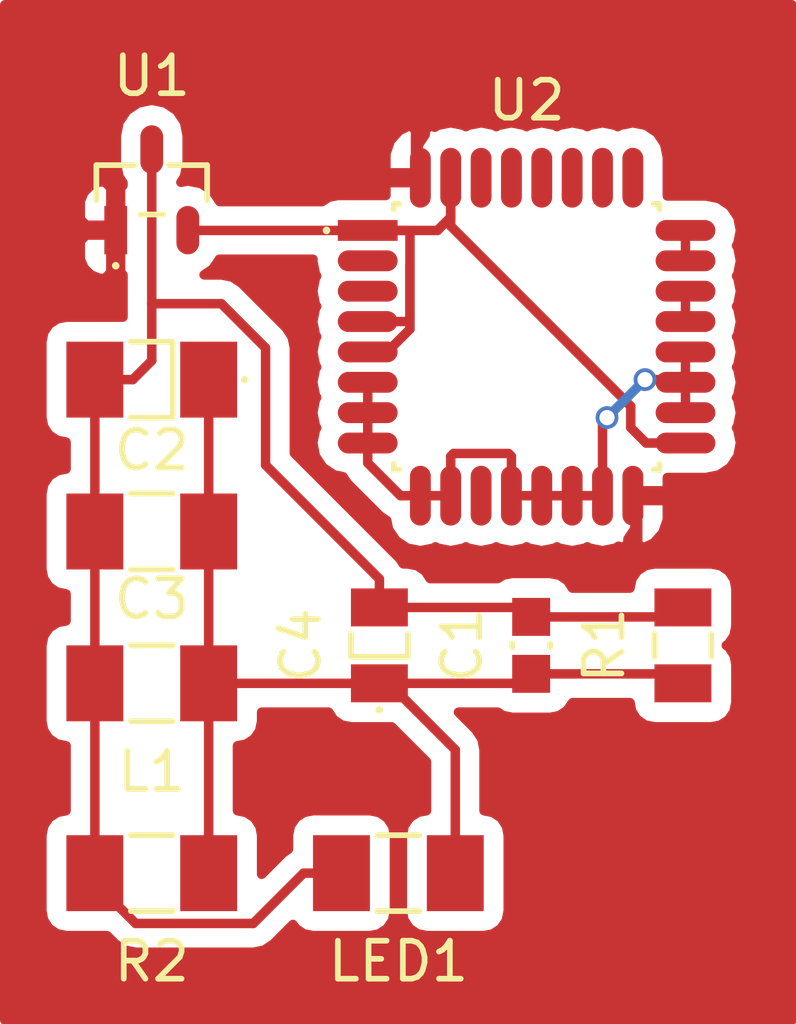
<source format=kicad_pcb>
(kicad_pcb (version 4) (host pcbnew 0.201511221031+6327~38~ubuntu15.10.1-stable)

  (general
    (links 35)
    (no_connects 4)
    (area 0 0 0 0)
    (thickness 1.6)
    (drawings 0)
    (tracks 75)
    (zones 0)
    (modules 10)
    (nets 17)
  )

  (page A4)
  (layers
    (0 F.Cu signal)
    (31 B.Cu signal)
    (32 B.Adhes user)
    (33 F.Adhes user)
    (34 B.Paste user)
    (35 F.Paste user)
    (36 B.SilkS user)
    (37 F.SilkS user)
    (38 B.Mask user)
    (39 F.Mask user)
    (40 Dwgs.User user)
    (41 Cmts.User user)
    (42 Eco1.User user)
    (43 Eco2.User user)
    (44 Edge.Cuts user)
    (45 Margin user)
    (46 B.CrtYd user)
    (47 F.CrtYd user)
    (48 B.Fab user)
    (49 F.Fab user hide)
  )

  (setup
    (last_trace_width 0.25)
    (trace_clearance 0.2)
    (zone_clearance 0.508)
    (zone_45_only yes)
    (trace_min 0.2)
    (segment_width 0.2)
    (edge_width 0.15)
    (via_size 0.6)
    (via_drill 0.4)
    (via_min_size 0.4)
    (via_min_drill 0.3)
    (uvia_size 0.3)
    (uvia_drill 0.1)
    (uvias_allowed no)
    (uvia_min_size 0.2)
    (uvia_min_drill 0.1)
    (pcb_text_width 0.3)
    (pcb_text_size 1.5 1.5)
    (mod_edge_width 0.15)
    (mod_text_size 1 1)
    (mod_text_width 0.15)
    (pad_size 1.524 1.524)
    (pad_drill 0.762)
    (pad_to_mask_clearance 0.2)
    (aux_axis_origin 0 0)
    (visible_elements FFFFFF7F)
    (pcbplotparams
      (layerselection 0x00030_80000001)
      (usegerberextensions false)
      (excludeedgelayer true)
      (linewidth 0.100000)
      (plotframeref false)
      (viasonmask false)
      (mode 1)
      (useauxorigin false)
      (hpglpennumber 1)
      (hpglpenspeed 20)
      (hpglpendiameter 15)
      (hpglpenoverlay 2)
      (psnegative false)
      (psa4output false)
      (plotreference true)
      (plotvalue true)
      (plotinvisibletext false)
      (padsonsilk false)
      (subtractmaskfromsilk false)
      (outputformat 1)
      (mirror false)
      (drillshape 1)
      (scaleselection 1)
      (outputdirectory ""))
  )

  (net 0 "")
  (net 1 +12V)
  (net 2 +5V)
  (net 3 GND)
  (net 4 "Net-(U2-Pad2)")
  (net 5 "Net-(U2-Pad3)")
  (net 6 "Net-(U2-Pad10)")
  (net 7 "Net-(U2-Pad11)")
  (net 8 "Net-(U2-Pad21)")
  (net 9 "Net-(U2-Pad23)")
  (net 10 "Net-(U2-Pad25)")
  (net 11 "Net-(U2-Pad26)")
  (net 12 "Net-(U2-Pad27)")
  (net 13 "Net-(U2-Pad28)")
  (net 14 "Net-(U2-Pad29)")
  (net 15 "Net-(U2-Pad30)")
  (net 16 VDD)

  (net_class Default "This is the default net class."
    (clearance 0.2)
    (trace_width 0.25)
    (via_dia 0.6)
    (via_drill 0.4)
    (uvia_dia 0.3)
    (uvia_drill 0.1)
    (add_net +12V)
    (add_net +5V)
    (add_net GND)
    (add_net "Net-(U2-Pad10)")
    (add_net "Net-(U2-Pad11)")
    (add_net "Net-(U2-Pad2)")
    (add_net "Net-(U2-Pad21)")
    (add_net "Net-(U2-Pad23)")
    (add_net "Net-(U2-Pad25)")
    (add_net "Net-(U2-Pad26)")
    (add_net "Net-(U2-Pad27)")
    (add_net "Net-(U2-Pad28)")
    (add_net "Net-(U2-Pad29)")
    (add_net "Net-(U2-Pad3)")
    (add_net "Net-(U2-Pad30)")
    (add_net VDD)
  )

  (module example:Capacitor_0603 (layer F.Cu) (tedit 0) (tstamp 565A39DA)
    (at 183 111 90)
    (descr "0603 (imperial) chip device")
    (path /565A2768)
    (fp_text reference C1 (at 0 -1.825 90) (layer F.SilkS)
      (effects (font (size 1 1) (thickness 0.15)))
    )
    (fp_text value 10uF (at 0 1.825 90) (layer F.Fab)
      (effects (font (size 1 1) (thickness 0.15)))
    )
    (fp_line (start -0.125 0) (end 0.125 0) (layer F.Fab) (width 0.15))
    (fp_line (start 0 0.125) (end 0 -0.125) (layer F.Fab) (width 0.15))
    (fp_line (start -0.775 -0.425) (end -0.775 0.425) (layer F.Fab) (width 0.075))
    (fp_line (start -0.775 0.425) (end 0.775 0.425) (layer F.Fab) (width 0.075))
    (fp_line (start 0.775 0.425) (end 0.775 -0.425) (layer F.Fab) (width 0.075))
    (fp_line (start 0.775 -0.425) (end -0.775 -0.425) (layer F.Fab) (width 0.075))
    (fp_line (start -0.05 -0.5) (end 0.05 -0.5) (layer F.SilkS) (width 0.15))
    (fp_line (start -0.05 0.5) (end 0.05 0.5) (layer F.SilkS) (width 0.15))
    (fp_line (start -1.5 0.825) (end 1.5 0.825) (layer F.CrtYd) (width 0.15))
    (fp_line (start 1.5 0.825) (end 1.5 -0.825) (layer F.CrtYd) (width 0.15))
    (fp_line (start 1.5 -0.825) (end -1.5 -0.825) (layer F.CrtYd) (width 0.15))
    (fp_line (start -1.5 -0.825) (end -1.5 0.825) (layer F.CrtYd) (width 0.15))
    (pad 1 smd rect (at -0.75 0 90) (size 1 1) (layers F.Cu F.Paste F.Mask)
      (net 1 +12V))
    (pad 2 smd rect (at 0.75 0 90) (size 1 1) (layers F.Cu F.Paste F.Mask)
      (net 2 +5V))
  )

  (module example:Inductor_1206 (layer F.Cu) (tedit 565A36DF) (tstamp 565A3A26)
    (at 173 112 180)
    (descr "1206 (imperial) chip device")
    (path /565A27DA)
    (fp_text reference L1 (at 0 -2.325 180) (layer F.SilkS)
      (effects (font (size 1 1) (thickness 0.15)))
    )
    (fp_text value Inductor (at 0 2.325 180) (layer F.Fab) hide
      (effects (font (size 1 1) (thickness 0.15)))
    )
    (fp_line (start -0.375 0) (end 0.375 0) (layer F.Fab) (width 0.15))
    (fp_line (start 0 0.375) (end 0 -0.375) (layer F.Fab) (width 0.15))
    (fp_line (start -1.575 -0.8) (end -1.575 0.8) (layer F.Fab) (width 0.075))
    (fp_line (start -1.575 0.8) (end 1.575 0.8) (layer F.Fab) (width 0.075))
    (fp_line (start 1.575 0.8) (end 1.575 -0.8) (layer F.Fab) (width 0.075))
    (fp_line (start 1.575 -0.8) (end -1.575 -0.8) (layer F.Fab) (width 0.075))
    (fp_line (start -0.55 -1) (end 0.55 -1) (layer F.SilkS) (width 0.15))
    (fp_line (start -0.55 1) (end 0.55 1) (layer F.SilkS) (width 0.15))
    (fp_line (start -2.5 1.325) (end 2.5 1.325) (layer F.CrtYd) (width 0.15))
    (fp_line (start 2.5 1.325) (end 2.5 -1.325) (layer F.CrtYd) (width 0.15))
    (fp_line (start 2.5 -1.325) (end -2.5 -1.325) (layer F.CrtYd) (width 0.15))
    (fp_line (start -2.5 -1.325) (end -2.5 1.325) (layer F.CrtYd) (width 0.15))
    (pad 1 smd rect (at -1.5 0 180) (size 1.5 2) (layers F.Cu F.Paste F.Mask)
      (net 1 +12V))
    (pad 2 smd rect (at 1.5 0 180) (size 1.5 2) (layers F.Cu F.Paste F.Mask)
      (net 2 +5V))
  )

  (module example:LED_1206 (layer F.Cu) (tedit 565A36D8) (tstamp 565A3A38)
    (at 179.5 117 180)
    (descr "1206 (imperial) chip device")
    (path /565A2835)
    (fp_text reference LED1 (at 0 -2.325 180) (layer F.SilkS)
      (effects (font (size 1 1) (thickness 0.15)))
    )
    (fp_text value LED (at 0 2.325 180) (layer F.Fab) hide
      (effects (font (size 1 1) (thickness 0.15)))
    )
    (fp_line (start -0.375 0) (end 0.375 0) (layer F.Fab) (width 0.15))
    (fp_line (start 0 0.375) (end 0 -0.375) (layer F.Fab) (width 0.15))
    (fp_line (start -1.575 -0.8) (end -1.575 0.8) (layer F.Fab) (width 0.075))
    (fp_line (start -1.575 0.8) (end 1.575 0.8) (layer F.Fab) (width 0.075))
    (fp_line (start 1.575 0.8) (end 1.575 -0.8) (layer F.Fab) (width 0.075))
    (fp_line (start 1.575 -0.8) (end -1.575 -0.8) (layer F.Fab) (width 0.075))
    (fp_line (start -0.55 -1) (end 0.55 -1) (layer F.SilkS) (width 0.15))
    (fp_line (start -0.55 1) (end 0.55 1) (layer F.SilkS) (width 0.15))
    (fp_line (start -2.5 1.325) (end 2.5 1.325) (layer F.CrtYd) (width 0.15))
    (fp_line (start 2.5 1.325) (end 2.5 -1.325) (layer F.CrtYd) (width 0.15))
    (fp_line (start 2.5 -1.325) (end -2.5 -1.325) (layer F.CrtYd) (width 0.15))
    (fp_line (start -2.5 -1.325) (end -2.5 1.325) (layer F.CrtYd) (width 0.15))
    (pad 1 smd rect (at -1.5 0 180) (size 1.5 2) (layers F.Cu F.Paste F.Mask)
      (net 1 +12V))
    (pad 2 smd rect (at 1.5 0 180) (size 1.5 2) (layers F.Cu F.Paste F.Mask)
      (net 2 +5V))
  )

  (module example:Resistor_0805 (layer F.Cu) (tedit 565A3763) (tstamp 565A3A4A)
    (at 187 111 90)
    (descr "0805 (imperial) chip device")
    (path /565A2F5A)
    (fp_text reference R1 (at 0 -2.075 90) (layer F.SilkS)
      (effects (font (size 1 1) (thickness 0.15)))
    )
    (fp_text value Resistor (at 0 2.075 90) (layer F.Fab) hide
      (effects (font (size 1 1) (thickness 0.15)))
    )
    (fp_line (start -0.25 0) (end 0.25 0) (layer F.Fab) (width 0.15))
    (fp_line (start 0 0.25) (end 0 -0.25) (layer F.Fab) (width 0.15))
    (fp_line (start -1 -0.625) (end -1 0.625) (layer F.Fab) (width 0.075))
    (fp_line (start -1 0.625) (end 1 0.625) (layer F.Fab) (width 0.075))
    (fp_line (start 1 0.625) (end 1 -0.625) (layer F.Fab) (width 0.075))
    (fp_line (start 1 -0.625) (end -1 -0.625) (layer F.Fab) (width 0.075))
    (fp_line (start -0.3 -0.75) (end 0.3 -0.75) (layer F.SilkS) (width 0.15))
    (fp_line (start -0.3 0.75) (end 0.3 0.75) (layer F.SilkS) (width 0.15))
    (fp_line (start -1.75 1.075) (end 1.75 1.075) (layer F.CrtYd) (width 0.15))
    (fp_line (start 1.75 1.075) (end 1.75 -1.075) (layer F.CrtYd) (width 0.15))
    (fp_line (start 1.75 -1.075) (end -1.75 -1.075) (layer F.CrtYd) (width 0.15))
    (fp_line (start -1.75 -1.075) (end -1.75 1.075) (layer F.CrtYd) (width 0.15))
    (pad 1 smd rect (at -1 0 90) (size 1 1.5) (layers F.Cu F.Paste F.Mask)
      (net 1 +12V))
    (pad 2 smd rect (at 1 0 90) (size 1 1.5) (layers F.Cu F.Paste F.Mask)
      (net 2 +5V))
  )

  (module example:Resistor_1206 (layer F.Cu) (tedit 565A36DC) (tstamp 565A3A5C)
    (at 173 117 180)
    (descr "1206 (imperial) chip device")
    (path /565A28D3)
    (fp_text reference R2 (at 0 -2.325 180) (layer F.SilkS)
      (effects (font (size 1 1) (thickness 0.15)))
    )
    (fp_text value Resistor (at 0 2.325 180) (layer F.Fab) hide
      (effects (font (size 1 1) (thickness 0.15)))
    )
    (fp_line (start -0.375 0) (end 0.375 0) (layer F.Fab) (width 0.15))
    (fp_line (start 0 0.375) (end 0 -0.375) (layer F.Fab) (width 0.15))
    (fp_line (start -1.575 -0.8) (end -1.575 0.8) (layer F.Fab) (width 0.075))
    (fp_line (start -1.575 0.8) (end 1.575 0.8) (layer F.Fab) (width 0.075))
    (fp_line (start 1.575 0.8) (end 1.575 -0.8) (layer F.Fab) (width 0.075))
    (fp_line (start 1.575 -0.8) (end -1.575 -0.8) (layer F.Fab) (width 0.075))
    (fp_line (start -0.55 -1) (end 0.55 -1) (layer F.SilkS) (width 0.15))
    (fp_line (start -0.55 1) (end 0.55 1) (layer F.SilkS) (width 0.15))
    (fp_line (start -2.5 1.325) (end 2.5 1.325) (layer F.CrtYd) (width 0.15))
    (fp_line (start 2.5 1.325) (end 2.5 -1.325) (layer F.CrtYd) (width 0.15))
    (fp_line (start 2.5 -1.325) (end -2.5 -1.325) (layer F.CrtYd) (width 0.15))
    (fp_line (start -2.5 -1.325) (end -2.5 1.325) (layer F.CrtYd) (width 0.15))
    (pad 1 smd rect (at -1.5 0 180) (size 1.5 2) (layers F.Cu F.Paste F.Mask)
      (net 1 +12V))
    (pad 2 smd rect (at 1.5 0 180) (size 1.5 2) (layers F.Cu F.Paste F.Mask)
      (net 2 +5V))
  )

  (module example:AP2120N_SOT23-3 (layer F.Cu) (tedit 0) (tstamp 565A3A88)
    (at 173 99 90)
    (path /565A2737)
    (fp_text reference U1 (at 3 0 180) (layer F.SilkS)
      (effects (font (size 1 1) (thickness 0.15)))
    )
    (fp_text value AP2120N (at 0 2.28 90) (layer F.Fab)
      (effects (font (size 1 1) (thickness 0.15)))
    )
    (fp_line (start -2 -0.95) (end -2 -0.95) (layer F.SilkS) (width 0.2))
    (fp_line (start -0.685 -1.15) (end -1.185 -1.15) (layer F.Fab) (width 0.075))
    (fp_line (start -1.185 -1.15) (end -1.185 -0.75) (layer F.Fab) (width 0.075))
    (fp_line (start -1.185 -0.75) (end -0.685 -0.75) (layer F.Fab) (width 0.075))
    (fp_line (start -0.685 -0.75) (end -0.685 -1.15) (layer F.Fab) (width 0.075))
    (fp_line (start -0.65 -1.15) (end -0.685 -1.15) (layer F.Fab) (width 0.075))
    (fp_line (start -0.685 -1.15) (end -0.685 -0.75) (layer F.Fab) (width 0.075))
    (fp_line (start -0.685 -0.75) (end -0.65 -0.75) (layer F.Fab) (width 0.075))
    (fp_line (start -0.685 0.75) (end -1.185 0.75) (layer F.Fab) (width 0.075))
    (fp_line (start -1.185 0.75) (end -1.185 1.15) (layer F.Fab) (width 0.075))
    (fp_line (start -1.185 1.15) (end -0.685 1.15) (layer F.Fab) (width 0.075))
    (fp_line (start -0.685 1.15) (end -0.685 0.75) (layer F.Fab) (width 0.075))
    (fp_line (start -0.65 0.75) (end -0.685 0.75) (layer F.Fab) (width 0.075))
    (fp_line (start -0.685 0.75) (end -0.685 1.15) (layer F.Fab) (width 0.075))
    (fp_line (start -0.685 1.15) (end -0.65 1.15) (layer F.Fab) (width 0.075))
    (fp_line (start 0.685 0.2) (end 1.185 0.2) (layer F.Fab) (width 0.075))
    (fp_line (start 1.185 0.2) (end 1.185 -0.2) (layer F.Fab) (width 0.075))
    (fp_line (start 1.185 -0.2) (end 0.685 -0.2) (layer F.Fab) (width 0.075))
    (fp_line (start 0.685 -0.2) (end 0.685 0.2) (layer F.Fab) (width 0.075))
    (fp_line (start 0.65 0.2) (end 0.685 0.2) (layer F.Fab) (width 0.075))
    (fp_line (start 0.685 0.2) (end 0.685 -0.2) (layer F.Fab) (width 0.075))
    (fp_line (start 0.685 -0.2) (end 0.65 -0.2) (layer F.Fab) (width 0.075))
    (fp_line (start -0.65 1.46) (end 0.65 1.46) (layer F.Fab) (width 0.075))
    (fp_line (start 0.65 1.46) (end 0.65 -1.46) (layer F.Fab) (width 0.075))
    (fp_line (start 0.65 -1.46) (end -0.65 -1.46) (layer F.Fab) (width 0.075))
    (fp_line (start -0.65 -1.46) (end -0.65 1.46) (layer F.Fab) (width 0.075))
    (fp_line (start -0.275 -1.46) (end 0.65 -1.46) (layer F.SilkS) (width 0.15))
    (fp_line (start 0.65 -1.46) (end 0.65 -0.45) (layer F.SilkS) (width 0.15))
    (fp_line (start -0.275 1.46) (end 0.65 1.46) (layer F.SilkS) (width 0.15))
    (fp_line (start 0.65 1.46) (end 0.65 0.45) (layer F.SilkS) (width 0.15))
    (fp_line (start -0.65 -0.3) (end -0.65 0.3) (layer F.SilkS) (width 0.15))
    (fp_line (start -0.325 0) (end 0.325 0) (layer F.Fab) (width 0.15))
    (fp_line (start 0 0.325) (end 0 -0.325) (layer F.Fab) (width 0.15))
    (fp_line (start -2.35 1.785) (end 1.95 1.785) (layer F.CrtYd) (width 0.15))
    (fp_line (start 1.95 1.785) (end 1.95 -1.785) (layer F.CrtYd) (width 0.15))
    (fp_line (start 1.95 -1.785) (end -2.35 -1.785) (layer F.CrtYd) (width 0.15))
    (fp_line (start -2.35 -1.785) (end -2.35 1.785) (layer F.CrtYd) (width 0.15))
    (pad 1 smd rect (at -1.0625 -0.95 90) (size 1.275 0.6) (layers F.Cu F.Paste F.Mask)
      (net 3 GND))
    (pad 2 smd oval (at -1.0625 0.95 90) (size 1.275 0.6) (layers F.Cu F.Paste F.Mask)
      (net 16 VDD))
    (pad 3 smd oval (at 1.0625 0 90) (size 1.275 0.6) (layers F.Cu F.Paste F.Mask)
      (net 2 +5V))
  )

  (module example:STM32F042K6T6_32-QFP (layer F.Cu) (tedit 0) (tstamp 565A3B9F)
    (at 182.88 102.87)
    (descr "32-pin Quad Flat Package")
    (path /565A292E)
    (fp_text reference U2 (at 0 -6.225) (layer F.SilkS)
      (effects (font (size 1 1) (thickness 0.15)))
    )
    (fp_text value STM32F042K6T6 (at 0 6.225) (layer F.Fab)
      (effects (font (size 1 1) (thickness 0.15)))
    )
    (fp_line (start -5.275 -2.8) (end -5.275 -2.8) (layer F.SilkS) (width 0.2))
    (fp_line (start -3.9 -2.9875) (end -4.5 -2.9875) (layer F.Fab) (width 0.075))
    (fp_line (start -4.5 -2.9875) (end -4.5 -2.6125) (layer F.Fab) (width 0.075))
    (fp_line (start -4.5 -2.6125) (end -3.9 -2.6125) (layer F.Fab) (width 0.075))
    (fp_line (start -3.9 -2.6125) (end -3.9 -2.9875) (layer F.Fab) (width 0.075))
    (fp_line (start -3.5 -2.9875) (end -3.9 -2.9875) (layer F.Fab) (width 0.075))
    (fp_line (start -3.9 -2.9875) (end -3.9 -2.6125) (layer F.Fab) (width 0.075))
    (fp_line (start -3.9 -2.6125) (end -3.5 -2.6125) (layer F.Fab) (width 0.075))
    (fp_line (start -3.9 -2.1875) (end -4.5 -2.1875) (layer F.Fab) (width 0.075))
    (fp_line (start -4.5 -2.1875) (end -4.5 -1.8125) (layer F.Fab) (width 0.075))
    (fp_line (start -4.5 -1.8125) (end -3.9 -1.8125) (layer F.Fab) (width 0.075))
    (fp_line (start -3.9 -1.8125) (end -3.9 -2.1875) (layer F.Fab) (width 0.075))
    (fp_line (start -3.5 -2.1875) (end -3.9 -2.1875) (layer F.Fab) (width 0.075))
    (fp_line (start -3.9 -2.1875) (end -3.9 -1.8125) (layer F.Fab) (width 0.075))
    (fp_line (start -3.9 -1.8125) (end -3.5 -1.8125) (layer F.Fab) (width 0.075))
    (fp_line (start -3.9 -1.3875) (end -4.5 -1.3875) (layer F.Fab) (width 0.075))
    (fp_line (start -4.5 -1.3875) (end -4.5 -1.0125) (layer F.Fab) (width 0.075))
    (fp_line (start -4.5 -1.0125) (end -3.9 -1.0125) (layer F.Fab) (width 0.075))
    (fp_line (start -3.9 -1.0125) (end -3.9 -1.3875) (layer F.Fab) (width 0.075))
    (fp_line (start -3.5 -1.3875) (end -3.9 -1.3875) (layer F.Fab) (width 0.075))
    (fp_line (start -3.9 -1.3875) (end -3.9 -1.0125) (layer F.Fab) (width 0.075))
    (fp_line (start -3.9 -1.0125) (end -3.5 -1.0125) (layer F.Fab) (width 0.075))
    (fp_line (start -3.9 -0.5875) (end -4.5 -0.5875) (layer F.Fab) (width 0.075))
    (fp_line (start -4.5 -0.5875) (end -4.5 -0.2125) (layer F.Fab) (width 0.075))
    (fp_line (start -4.5 -0.2125) (end -3.9 -0.2125) (layer F.Fab) (width 0.075))
    (fp_line (start -3.9 -0.2125) (end -3.9 -0.5875) (layer F.Fab) (width 0.075))
    (fp_line (start -3.5 -0.5875) (end -3.9 -0.5875) (layer F.Fab) (width 0.075))
    (fp_line (start -3.9 -0.5875) (end -3.9 -0.2125) (layer F.Fab) (width 0.075))
    (fp_line (start -3.9 -0.2125) (end -3.5 -0.2125) (layer F.Fab) (width 0.075))
    (fp_line (start -3.9 0.2125) (end -4.5 0.2125) (layer F.Fab) (width 0.075))
    (fp_line (start -4.5 0.2125) (end -4.5 0.5875) (layer F.Fab) (width 0.075))
    (fp_line (start -4.5 0.5875) (end -3.9 0.5875) (layer F.Fab) (width 0.075))
    (fp_line (start -3.9 0.5875) (end -3.9 0.2125) (layer F.Fab) (width 0.075))
    (fp_line (start -3.5 0.2125) (end -3.9 0.2125) (layer F.Fab) (width 0.075))
    (fp_line (start -3.9 0.2125) (end -3.9 0.5875) (layer F.Fab) (width 0.075))
    (fp_line (start -3.9 0.5875) (end -3.5 0.5875) (layer F.Fab) (width 0.075))
    (fp_line (start -3.9 1.0125) (end -4.5 1.0125) (layer F.Fab) (width 0.075))
    (fp_line (start -4.5 1.0125) (end -4.5 1.3875) (layer F.Fab) (width 0.075))
    (fp_line (start -4.5 1.3875) (end -3.9 1.3875) (layer F.Fab) (width 0.075))
    (fp_line (start -3.9 1.3875) (end -3.9 1.0125) (layer F.Fab) (width 0.075))
    (fp_line (start -3.5 1.0125) (end -3.9 1.0125) (layer F.Fab) (width 0.075))
    (fp_line (start -3.9 1.0125) (end -3.9 1.3875) (layer F.Fab) (width 0.075))
    (fp_line (start -3.9 1.3875) (end -3.5 1.3875) (layer F.Fab) (width 0.075))
    (fp_line (start -3.9 1.8125) (end -4.5 1.8125) (layer F.Fab) (width 0.075))
    (fp_line (start -4.5 1.8125) (end -4.5 2.1875) (layer F.Fab) (width 0.075))
    (fp_line (start -4.5 2.1875) (end -3.9 2.1875) (layer F.Fab) (width 0.075))
    (fp_line (start -3.9 2.1875) (end -3.9 1.8125) (layer F.Fab) (width 0.075))
    (fp_line (start -3.5 1.8125) (end -3.9 1.8125) (layer F.Fab) (width 0.075))
    (fp_line (start -3.9 1.8125) (end -3.9 2.1875) (layer F.Fab) (width 0.075))
    (fp_line (start -3.9 2.1875) (end -3.5 2.1875) (layer F.Fab) (width 0.075))
    (fp_line (start -3.9 2.6125) (end -4.5 2.6125) (layer F.Fab) (width 0.075))
    (fp_line (start -4.5 2.6125) (end -4.5 2.9875) (layer F.Fab) (width 0.075))
    (fp_line (start -4.5 2.9875) (end -3.9 2.9875) (layer F.Fab) (width 0.075))
    (fp_line (start -3.9 2.9875) (end -3.9 2.6125) (layer F.Fab) (width 0.075))
    (fp_line (start -3.5 2.6125) (end -3.9 2.6125) (layer F.Fab) (width 0.075))
    (fp_line (start -3.9 2.6125) (end -3.9 2.9875) (layer F.Fab) (width 0.075))
    (fp_line (start -3.9 2.9875) (end -3.5 2.9875) (layer F.Fab) (width 0.075))
    (fp_line (start -2.9875 3.9) (end -2.9875 4.5) (layer F.Fab) (width 0.075))
    (fp_line (start -2.9875 4.5) (end -2.6125 4.5) (layer F.Fab) (width 0.075))
    (fp_line (start -2.6125 4.5) (end -2.6125 3.9) (layer F.Fab) (width 0.075))
    (fp_line (start -2.6125 3.9) (end -2.9875 3.9) (layer F.Fab) (width 0.075))
    (fp_line (start -2.9875 3.5) (end -2.9875 3.9) (layer F.Fab) (width 0.075))
    (fp_line (start -2.9875 3.9) (end -2.6125 3.9) (layer F.Fab) (width 0.075))
    (fp_line (start -2.6125 3.9) (end -2.6125 3.5) (layer F.Fab) (width 0.075))
    (fp_line (start -2.1875 3.9) (end -2.1875 4.5) (layer F.Fab) (width 0.075))
    (fp_line (start -2.1875 4.5) (end -1.8125 4.5) (layer F.Fab) (width 0.075))
    (fp_line (start -1.8125 4.5) (end -1.8125 3.9) (layer F.Fab) (width 0.075))
    (fp_line (start -1.8125 3.9) (end -2.1875 3.9) (layer F.Fab) (width 0.075))
    (fp_line (start -2.1875 3.5) (end -2.1875 3.9) (layer F.Fab) (width 0.075))
    (fp_line (start -2.1875 3.9) (end -1.8125 3.9) (layer F.Fab) (width 0.075))
    (fp_line (start -1.8125 3.9) (end -1.8125 3.5) (layer F.Fab) (width 0.075))
    (fp_line (start -1.3875 3.9) (end -1.3875 4.5) (layer F.Fab) (width 0.075))
    (fp_line (start -1.3875 4.5) (end -1.0125 4.5) (layer F.Fab) (width 0.075))
    (fp_line (start -1.0125 4.5) (end -1.0125 3.9) (layer F.Fab) (width 0.075))
    (fp_line (start -1.0125 3.9) (end -1.3875 3.9) (layer F.Fab) (width 0.075))
    (fp_line (start -1.3875 3.5) (end -1.3875 3.9) (layer F.Fab) (width 0.075))
    (fp_line (start -1.3875 3.9) (end -1.0125 3.9) (layer F.Fab) (width 0.075))
    (fp_line (start -1.0125 3.9) (end -1.0125 3.5) (layer F.Fab) (width 0.075))
    (fp_line (start -0.5875 3.9) (end -0.5875 4.5) (layer F.Fab) (width 0.075))
    (fp_line (start -0.5875 4.5) (end -0.2125 4.5) (layer F.Fab) (width 0.075))
    (fp_line (start -0.2125 4.5) (end -0.2125 3.9) (layer F.Fab) (width 0.075))
    (fp_line (start -0.2125 3.9) (end -0.5875 3.9) (layer F.Fab) (width 0.075))
    (fp_line (start -0.5875 3.5) (end -0.5875 3.9) (layer F.Fab) (width 0.075))
    (fp_line (start -0.5875 3.9) (end -0.2125 3.9) (layer F.Fab) (width 0.075))
    (fp_line (start -0.2125 3.9) (end -0.2125 3.5) (layer F.Fab) (width 0.075))
    (fp_line (start 0.2125 3.9) (end 0.2125 4.5) (layer F.Fab) (width 0.075))
    (fp_line (start 0.2125 4.5) (end 0.5875 4.5) (layer F.Fab) (width 0.075))
    (fp_line (start 0.5875 4.5) (end 0.5875 3.9) (layer F.Fab) (width 0.075))
    (fp_line (start 0.5875 3.9) (end 0.2125 3.9) (layer F.Fab) (width 0.075))
    (fp_line (start 0.2125 3.5) (end 0.2125 3.9) (layer F.Fab) (width 0.075))
    (fp_line (start 0.2125 3.9) (end 0.5875 3.9) (layer F.Fab) (width 0.075))
    (fp_line (start 0.5875 3.9) (end 0.5875 3.5) (layer F.Fab) (width 0.075))
    (fp_line (start 1.0125 3.9) (end 1.0125 4.5) (layer F.Fab) (width 0.075))
    (fp_line (start 1.0125 4.5) (end 1.3875 4.5) (layer F.Fab) (width 0.075))
    (fp_line (start 1.3875 4.5) (end 1.3875 3.9) (layer F.Fab) (width 0.075))
    (fp_line (start 1.3875 3.9) (end 1.0125 3.9) (layer F.Fab) (width 0.075))
    (fp_line (start 1.0125 3.5) (end 1.0125 3.9) (layer F.Fab) (width 0.075))
    (fp_line (start 1.0125 3.9) (end 1.3875 3.9) (layer F.Fab) (width 0.075))
    (fp_line (start 1.3875 3.9) (end 1.3875 3.5) (layer F.Fab) (width 0.075))
    (fp_line (start 1.8125 3.9) (end 1.8125 4.5) (layer F.Fab) (width 0.075))
    (fp_line (start 1.8125 4.5) (end 2.1875 4.5) (layer F.Fab) (width 0.075))
    (fp_line (start 2.1875 4.5) (end 2.1875 3.9) (layer F.Fab) (width 0.075))
    (fp_line (start 2.1875 3.9) (end 1.8125 3.9) (layer F.Fab) (width 0.075))
    (fp_line (start 1.8125 3.5) (end 1.8125 3.9) (layer F.Fab) (width 0.075))
    (fp_line (start 1.8125 3.9) (end 2.1875 3.9) (layer F.Fab) (width 0.075))
    (fp_line (start 2.1875 3.9) (end 2.1875 3.5) (layer F.Fab) (width 0.075))
    (fp_line (start 2.6125 3.9) (end 2.6125 4.5) (layer F.Fab) (width 0.075))
    (fp_line (start 2.6125 4.5) (end 2.9875 4.5) (layer F.Fab) (width 0.075))
    (fp_line (start 2.9875 4.5) (end 2.9875 3.9) (layer F.Fab) (width 0.075))
    (fp_line (start 2.9875 3.9) (end 2.6125 3.9) (layer F.Fab) (width 0.075))
    (fp_line (start 2.6125 3.5) (end 2.6125 3.9) (layer F.Fab) (width 0.075))
    (fp_line (start 2.6125 3.9) (end 2.9875 3.9) (layer F.Fab) (width 0.075))
    (fp_line (start 2.9875 3.9) (end 2.9875 3.5) (layer F.Fab) (width 0.075))
    (fp_line (start 3.9 2.9875) (end 4.5 2.9875) (layer F.Fab) (width 0.075))
    (fp_line (start 4.5 2.9875) (end 4.5 2.6125) (layer F.Fab) (width 0.075))
    (fp_line (start 4.5 2.6125) (end 3.9 2.6125) (layer F.Fab) (width 0.075))
    (fp_line (start 3.9 2.6125) (end 3.9 2.9875) (layer F.Fab) (width 0.075))
    (fp_line (start 3.5 2.9875) (end 3.9 2.9875) (layer F.Fab) (width 0.075))
    (fp_line (start 3.9 2.9875) (end 3.9 2.6125) (layer F.Fab) (width 0.075))
    (fp_line (start 3.9 2.6125) (end 3.5 2.6125) (layer F.Fab) (width 0.075))
    (fp_line (start 3.9 2.1875) (end 4.5 2.1875) (layer F.Fab) (width 0.075))
    (fp_line (start 4.5 2.1875) (end 4.5 1.8125) (layer F.Fab) (width 0.075))
    (fp_line (start 4.5 1.8125) (end 3.9 1.8125) (layer F.Fab) (width 0.075))
    (fp_line (start 3.9 1.8125) (end 3.9 2.1875) (layer F.Fab) (width 0.075))
    (fp_line (start 3.5 2.1875) (end 3.9 2.1875) (layer F.Fab) (width 0.075))
    (fp_line (start 3.9 2.1875) (end 3.9 1.8125) (layer F.Fab) (width 0.075))
    (fp_line (start 3.9 1.8125) (end 3.5 1.8125) (layer F.Fab) (width 0.075))
    (fp_line (start 3.9 1.3875) (end 4.5 1.3875) (layer F.Fab) (width 0.075))
    (fp_line (start 4.5 1.3875) (end 4.5 1.0125) (layer F.Fab) (width 0.075))
    (fp_line (start 4.5 1.0125) (end 3.9 1.0125) (layer F.Fab) (width 0.075))
    (fp_line (start 3.9 1.0125) (end 3.9 1.3875) (layer F.Fab) (width 0.075))
    (fp_line (start 3.5 1.3875) (end 3.9 1.3875) (layer F.Fab) (width 0.075))
    (fp_line (start 3.9 1.3875) (end 3.9 1.0125) (layer F.Fab) (width 0.075))
    (fp_line (start 3.9 1.0125) (end 3.5 1.0125) (layer F.Fab) (width 0.075))
    (fp_line (start 3.9 0.5875) (end 4.5 0.5875) (layer F.Fab) (width 0.075))
    (fp_line (start 4.5 0.5875) (end 4.5 0.2125) (layer F.Fab) (width 0.075))
    (fp_line (start 4.5 0.2125) (end 3.9 0.2125) (layer F.Fab) (width 0.075))
    (fp_line (start 3.9 0.2125) (end 3.9 0.5875) (layer F.Fab) (width 0.075))
    (fp_line (start 3.5 0.5875) (end 3.9 0.5875) (layer F.Fab) (width 0.075))
    (fp_line (start 3.9 0.5875) (end 3.9 0.2125) (layer F.Fab) (width 0.075))
    (fp_line (start 3.9 0.2125) (end 3.5 0.2125) (layer F.Fab) (width 0.075))
    (fp_line (start 3.9 -0.2125) (end 4.5 -0.2125) (layer F.Fab) (width 0.075))
    (fp_line (start 4.5 -0.2125) (end 4.5 -0.5875) (layer F.Fab) (width 0.075))
    (fp_line (start 4.5 -0.5875) (end 3.9 -0.5875) (layer F.Fab) (width 0.075))
    (fp_line (start 3.9 -0.5875) (end 3.9 -0.2125) (layer F.Fab) (width 0.075))
    (fp_line (start 3.5 -0.2125) (end 3.9 -0.2125) (layer F.Fab) (width 0.075))
    (fp_line (start 3.9 -0.2125) (end 3.9 -0.5875) (layer F.Fab) (width 0.075))
    (fp_line (start 3.9 -0.5875) (end 3.5 -0.5875) (layer F.Fab) (width 0.075))
    (fp_line (start 3.9 -1.0125) (end 4.5 -1.0125) (layer F.Fab) (width 0.075))
    (fp_line (start 4.5 -1.0125) (end 4.5 -1.3875) (layer F.Fab) (width 0.075))
    (fp_line (start 4.5 -1.3875) (end 3.9 -1.3875) (layer F.Fab) (width 0.075))
    (fp_line (start 3.9 -1.3875) (end 3.9 -1.0125) (layer F.Fab) (width 0.075))
    (fp_line (start 3.5 -1.0125) (end 3.9 -1.0125) (layer F.Fab) (width 0.075))
    (fp_line (start 3.9 -1.0125) (end 3.9 -1.3875) (layer F.Fab) (width 0.075))
    (fp_line (start 3.9 -1.3875) (end 3.5 -1.3875) (layer F.Fab) (width 0.075))
    (fp_line (start 3.9 -1.8125) (end 4.5 -1.8125) (layer F.Fab) (width 0.075))
    (fp_line (start 4.5 -1.8125) (end 4.5 -2.1875) (layer F.Fab) (width 0.075))
    (fp_line (start 4.5 -2.1875) (end 3.9 -2.1875) (layer F.Fab) (width 0.075))
    (fp_line (start 3.9 -2.1875) (end 3.9 -1.8125) (layer F.Fab) (width 0.075))
    (fp_line (start 3.5 -1.8125) (end 3.9 -1.8125) (layer F.Fab) (width 0.075))
    (fp_line (start 3.9 -1.8125) (end 3.9 -2.1875) (layer F.Fab) (width 0.075))
    (fp_line (start 3.9 -2.1875) (end 3.5 -2.1875) (layer F.Fab) (width 0.075))
    (fp_line (start 3.9 -2.6125) (end 4.5 -2.6125) (layer F.Fab) (width 0.075))
    (fp_line (start 4.5 -2.6125) (end 4.5 -2.9875) (layer F.Fab) (width 0.075))
    (fp_line (start 4.5 -2.9875) (end 3.9 -2.9875) (layer F.Fab) (width 0.075))
    (fp_line (start 3.9 -2.9875) (end 3.9 -2.6125) (layer F.Fab) (width 0.075))
    (fp_line (start 3.5 -2.6125) (end 3.9 -2.6125) (layer F.Fab) (width 0.075))
    (fp_line (start 3.9 -2.6125) (end 3.9 -2.9875) (layer F.Fab) (width 0.075))
    (fp_line (start 3.9 -2.9875) (end 3.5 -2.9875) (layer F.Fab) (width 0.075))
    (fp_line (start 2.9875 -3.9) (end 2.9875 -4.5) (layer F.Fab) (width 0.075))
    (fp_line (start 2.9875 -4.5) (end 2.6125 -4.5) (layer F.Fab) (width 0.075))
    (fp_line (start 2.6125 -4.5) (end 2.6125 -3.9) (layer F.Fab) (width 0.075))
    (fp_line (start 2.6125 -3.9) (end 2.9875 -3.9) (layer F.Fab) (width 0.075))
    (fp_line (start 2.9875 -3.5) (end 2.9875 -3.9) (layer F.Fab) (width 0.075))
    (fp_line (start 2.9875 -3.9) (end 2.6125 -3.9) (layer F.Fab) (width 0.075))
    (fp_line (start 2.6125 -3.9) (end 2.6125 -3.5) (layer F.Fab) (width 0.075))
    (fp_line (start 2.1875 -3.9) (end 2.1875 -4.5) (layer F.Fab) (width 0.075))
    (fp_line (start 2.1875 -4.5) (end 1.8125 -4.5) (layer F.Fab) (width 0.075))
    (fp_line (start 1.8125 -4.5) (end 1.8125 -3.9) (layer F.Fab) (width 0.075))
    (fp_line (start 1.8125 -3.9) (end 2.1875 -3.9) (layer F.Fab) (width 0.075))
    (fp_line (start 2.1875 -3.5) (end 2.1875 -3.9) (layer F.Fab) (width 0.075))
    (fp_line (start 2.1875 -3.9) (end 1.8125 -3.9) (layer F.Fab) (width 0.075))
    (fp_line (start 1.8125 -3.9) (end 1.8125 -3.5) (layer F.Fab) (width 0.075))
    (fp_line (start 1.3875 -3.9) (end 1.3875 -4.5) (layer F.Fab) (width 0.075))
    (fp_line (start 1.3875 -4.5) (end 1.0125 -4.5) (layer F.Fab) (width 0.075))
    (fp_line (start 1.0125 -4.5) (end 1.0125 -3.9) (layer F.Fab) (width 0.075))
    (fp_line (start 1.0125 -3.9) (end 1.3875 -3.9) (layer F.Fab) (width 0.075))
    (fp_line (start 1.3875 -3.5) (end 1.3875 -3.9) (layer F.Fab) (width 0.075))
    (fp_line (start 1.3875 -3.9) (end 1.0125 -3.9) (layer F.Fab) (width 0.075))
    (fp_line (start 1.0125 -3.9) (end 1.0125 -3.5) (layer F.Fab) (width 0.075))
    (fp_line (start 0.5875 -3.9) (end 0.5875 -4.5) (layer F.Fab) (width 0.075))
    (fp_line (start 0.5875 -4.5) (end 0.2125 -4.5) (layer F.Fab) (width 0.075))
    (fp_line (start 0.2125 -4.5) (end 0.2125 -3.9) (layer F.Fab) (width 0.075))
    (fp_line (start 0.2125 -3.9) (end 0.5875 -3.9) (layer F.Fab) (width 0.075))
    (fp_line (start 0.5875 -3.5) (end 0.5875 -3.9) (layer F.Fab) (width 0.075))
    (fp_line (start 0.5875 -3.9) (end 0.2125 -3.9) (layer F.Fab) (width 0.075))
    (fp_line (start 0.2125 -3.9) (end 0.2125 -3.5) (layer F.Fab) (width 0.075))
    (fp_line (start -0.2125 -3.9) (end -0.2125 -4.5) (layer F.Fab) (width 0.075))
    (fp_line (start -0.2125 -4.5) (end -0.5875 -4.5) (layer F.Fab) (width 0.075))
    (fp_line (start -0.5875 -4.5) (end -0.5875 -3.9) (layer F.Fab) (width 0.075))
    (fp_line (start -0.5875 -3.9) (end -0.2125 -3.9) (layer F.Fab) (width 0.075))
    (fp_line (start -0.2125 -3.5) (end -0.2125 -3.9) (layer F.Fab) (width 0.075))
    (fp_line (start -0.2125 -3.9) (end -0.5875 -3.9) (layer F.Fab) (width 0.075))
    (fp_line (start -0.5875 -3.9) (end -0.5875 -3.5) (layer F.Fab) (width 0.075))
    (fp_line (start -1.0125 -3.9) (end -1.0125 -4.5) (layer F.Fab) (width 0.075))
    (fp_line (start -1.0125 -4.5) (end -1.3875 -4.5) (layer F.Fab) (width 0.075))
    (fp_line (start -1.3875 -4.5) (end -1.3875 -3.9) (layer F.Fab) (width 0.075))
    (fp_line (start -1.3875 -3.9) (end -1.0125 -3.9) (layer F.Fab) (width 0.075))
    (fp_line (start -1.0125 -3.5) (end -1.0125 -3.9) (layer F.Fab) (width 0.075))
    (fp_line (start -1.0125 -3.9) (end -1.3875 -3.9) (layer F.Fab) (width 0.075))
    (fp_line (start -1.3875 -3.9) (end -1.3875 -3.5) (layer F.Fab) (width 0.075))
    (fp_line (start -1.8125 -3.9) (end -1.8125 -4.5) (layer F.Fab) (width 0.075))
    (fp_line (start -1.8125 -4.5) (end -2.1875 -4.5) (layer F.Fab) (width 0.075))
    (fp_line (start -2.1875 -4.5) (end -2.1875 -3.9) (layer F.Fab) (width 0.075))
    (fp_line (start -2.1875 -3.9) (end -1.8125 -3.9) (layer F.Fab) (width 0.075))
    (fp_line (start -1.8125 -3.5) (end -1.8125 -3.9) (layer F.Fab) (width 0.075))
    (fp_line (start -1.8125 -3.9) (end -2.1875 -3.9) (layer F.Fab) (width 0.075))
    (fp_line (start -2.1875 -3.9) (end -2.1875 -3.5) (layer F.Fab) (width 0.075))
    (fp_line (start -2.6125 -3.9) (end -2.6125 -4.5) (layer F.Fab) (width 0.075))
    (fp_line (start -2.6125 -4.5) (end -2.9875 -4.5) (layer F.Fab) (width 0.075))
    (fp_line (start -2.9875 -4.5) (end -2.9875 -3.9) (layer F.Fab) (width 0.075))
    (fp_line (start -2.9875 -3.9) (end -2.6125 -3.9) (layer F.Fab) (width 0.075))
    (fp_line (start -2.6125 -3.5) (end -2.6125 -3.9) (layer F.Fab) (width 0.075))
    (fp_line (start -2.6125 -3.9) (end -2.9875 -3.9) (layer F.Fab) (width 0.075))
    (fp_line (start -2.9875 -3.9) (end -2.9875 -3.5) (layer F.Fab) (width 0.075))
    (fp_line (start 3.5 -3.5) (end 3.5 3.5) (layer F.Fab) (width 0.075))
    (fp_line (start 3.5 3.5) (end -3.5 3.5) (layer F.Fab) (width 0.075))
    (fp_line (start -3.5 3.5) (end -3.5 -3.5) (layer F.Fab) (width 0.075))
    (fp_line (start -3.5 -3.5) (end 3.5 -3.5) (layer F.Fab) (width 0.075))
    (fp_line (start 0.875 0) (end -0.875 0) (layer F.Fab) (width 0.15))
    (fp_line (start 0 -0.875) (end 0 0.875) (layer F.Fab) (width 0.15))
    (fp_line (start -3.5 -3.5) (end -3.35 -3.5) (layer F.SilkS) (width 0.15))
    (fp_line (start 3.5 -3.5) (end 3.35 -3.5) (layer F.SilkS) (width 0.15))
    (fp_line (start -3.5 3.5) (end -3.35 3.5) (layer F.SilkS) (width 0.15))
    (fp_line (start 3.5 3.5) (end 3.35 3.5) (layer F.SilkS) (width 0.15))
    (fp_line (start -3.5 -3.5) (end -3.5 -3.35) (layer F.SilkS) (width 0.15))
    (fp_line (start -3.5 3.5) (end -3.5 3.35) (layer F.SilkS) (width 0.15))
    (fp_line (start 3.5 -3.5) (end 3.5 -3.35) (layer F.SilkS) (width 0.15))
    (fp_line (start 3.5 3.5) (end 3.5 3.35) (layer F.SilkS) (width 0.15))
    (fp_line (start -5.625 5.225) (end 5.225 5.225) (layer F.CrtYd) (width 0.15))
    (fp_line (start 5.225 5.225) (end 5.225 -5.225) (layer F.CrtYd) (width 0.15))
    (fp_line (start 5.225 -5.225) (end -5.625 -5.225) (layer F.CrtYd) (width 0.15))
    (fp_line (start -5.625 -5.225) (end -5.625 5.225) (layer F.CrtYd) (width 0.15))
    (pad 1 smd rect (at -4.1875 -2.8) (size 1.575 0.55) (layers F.Cu F.Paste F.Mask)
      (net 16 VDD))
    (pad 2 smd oval (at -4.1875 -2) (size 1.575 0.55) (layers F.Cu F.Paste F.Mask)
      (net 4 "Net-(U2-Pad2)"))
    (pad 3 smd oval (at -4.1875 -1.2) (size 1.575 0.55) (layers F.Cu F.Paste F.Mask)
      (net 5 "Net-(U2-Pad3)"))
    (pad 4 smd oval (at -4.1875 -0.4) (size 1.575 0.55) (layers F.Cu F.Paste F.Mask)
      (net 16 VDD))
    (pad 5 smd oval (at -4.1875 0.4) (size 1.575 0.55) (layers F.Cu F.Paste F.Mask)
      (net 16 VDD))
    (pad 6 smd oval (at -4.1875 1.2) (size 1.575 0.55) (layers F.Cu F.Paste F.Mask)
      (net 6 "Net-(U2-Pad10)"))
    (pad 7 smd oval (at -4.1875 2) (size 1.575 0.55) (layers F.Cu F.Paste F.Mask)
      (net 6 "Net-(U2-Pad10)"))
    (pad 8 smd oval (at -4.1875 2.8) (size 1.575 0.55) (layers F.Cu F.Paste F.Mask)
      (net 6 "Net-(U2-Pad10)"))
    (pad 9 smd oval (at -2.8 4.1875) (size 0.55 1.575) (layers F.Cu F.Paste F.Mask)
      (net 6 "Net-(U2-Pad10)"))
    (pad 10 smd oval (at -2 4.1875) (size 0.55 1.575) (layers F.Cu F.Paste F.Mask)
      (net 6 "Net-(U2-Pad10)"))
    (pad 11 smd oval (at -1.2 4.1875) (size 0.55 1.575) (layers F.Cu F.Paste F.Mask)
      (net 7 "Net-(U2-Pad11)"))
    (pad 12 smd oval (at -0.4 4.1875) (size 0.55 1.575) (layers F.Cu F.Paste F.Mask)
      (net 6 "Net-(U2-Pad10)"))
    (pad 13 smd oval (at 0.4 4.1875) (size 0.55 1.575) (layers F.Cu F.Paste F.Mask)
      (net 6 "Net-(U2-Pad10)"))
    (pad 14 smd oval (at 1.2 4.1875) (size 0.55 1.575) (layers F.Cu F.Paste F.Mask)
      (net 6 "Net-(U2-Pad10)"))
    (pad 15 smd oval (at 2 4.1875) (size 0.55 1.575) (layers F.Cu F.Paste F.Mask)
      (net 6 "Net-(U2-Pad10)"))
    (pad 16 smd oval (at 2.8 4.1875) (size 0.55 1.575) (layers F.Cu F.Paste F.Mask)
      (net 3 GND))
    (pad 17 smd oval (at 4.1875 2.8) (size 1.575 0.55) (layers F.Cu F.Paste F.Mask)
      (net 16 VDD))
    (pad 18 smd oval (at 4.1875 2) (size 1.575 0.55) (layers F.Cu F.Paste F.Mask)
      (net 6 "Net-(U2-Pad10)"))
    (pad 19 smd oval (at 4.1875 1.2) (size 1.575 0.55) (layers F.Cu F.Paste F.Mask)
      (net 6 "Net-(U2-Pad10)"))
    (pad 20 smd oval (at 4.1875 0.4) (size 1.575 0.55) (layers F.Cu F.Paste F.Mask)
      (net 6 "Net-(U2-Pad10)"))
    (pad 21 smd oval (at 4.1875 -0.4) (size 1.575 0.55) (layers F.Cu F.Paste F.Mask)
      (net 8 "Net-(U2-Pad21)"))
    (pad 22 smd oval (at 4.1875 -1.2) (size 1.575 0.55) (layers F.Cu F.Paste F.Mask)
      (net 8 "Net-(U2-Pad21)"))
    (pad 23 smd oval (at 4.1875 -2) (size 1.575 0.55) (layers F.Cu F.Paste F.Mask)
      (net 9 "Net-(U2-Pad23)"))
    (pad 24 smd oval (at 4.1875 -2.8) (size 1.575 0.55) (layers F.Cu F.Paste F.Mask)
      (net 9 "Net-(U2-Pad23)"))
    (pad 25 smd oval (at 2.8 -4.1875) (size 0.55 1.575) (layers F.Cu F.Paste F.Mask)
      (net 10 "Net-(U2-Pad25)"))
    (pad 26 smd oval (at 2 -4.1875) (size 0.55 1.575) (layers F.Cu F.Paste F.Mask)
      (net 11 "Net-(U2-Pad26)"))
    (pad 27 smd oval (at 1.2 -4.1875) (size 0.55 1.575) (layers F.Cu F.Paste F.Mask)
      (net 12 "Net-(U2-Pad27)"))
    (pad 28 smd oval (at 0.4 -4.1875) (size 0.55 1.575) (layers F.Cu F.Paste F.Mask)
      (net 13 "Net-(U2-Pad28)"))
    (pad 29 smd oval (at -0.4 -4.1875) (size 0.55 1.575) (layers F.Cu F.Paste F.Mask)
      (net 14 "Net-(U2-Pad29)"))
    (pad 30 smd oval (at -1.2 -4.1875) (size 0.55 1.575) (layers F.Cu F.Paste F.Mask)
      (net 15 "Net-(U2-Pad30)"))
    (pad 31 smd oval (at -2 -4.1875) (size 0.55 1.575) (layers F.Cu F.Paste F.Mask)
      (net 16 VDD))
    (pad 32 smd oval (at -2.8 -4.1875) (size 0.55 1.575) (layers F.Cu F.Paste F.Mask)
      (net 3 GND))
  )

  (module "example:Capacitor_(Polarized)_1206" (layer F.Cu) (tedit 0) (tstamp 565A439E)
    (at 173 104 180)
    (descr "1206 (imperial) polarized chip device")
    (path /565A2793)
    (fp_text reference C2 (at 0 -1.86 180) (layer F.SilkS)
      (effects (font (size 1 1) (thickness 0.15)))
    )
    (fp_text value 1uF (at 0 -1.86 180) (layer F.Fab)
      (effects (font (size 1 1) (thickness 0.15)))
    )
    (fp_line (start -0.375 0) (end 0.375 0) (layer F.Fab) (width 0.15))
    (fp_line (start 0 0.375) (end 0 -0.375) (layer F.Fab) (width 0.15))
    (fp_line (start -1.575 -0.8) (end -1.575 0.8) (layer F.Fab) (width 0.075))
    (fp_line (start -1.575 0.8) (end 1.575 0.8) (layer F.Fab) (width 0.075))
    (fp_line (start 1.575 0.8) (end 1.575 -0.8) (layer F.Fab) (width 0.075))
    (fp_line (start 1.575 -0.8) (end -1.575 -0.8) (layer F.Fab) (width 0.075))
    (fp_line (start -0.55 -1) (end 0.55 -1) (layer F.SilkS) (width 0.15))
    (fp_line (start -0.55 1) (end 0.55 1) (layer F.SilkS) (width 0.15))
    (fp_line (start -0.55 -1) (end -0.55 1) (layer F.SilkS) (width 0.15))
    (fp_line (start -2.45 0) (end -2.45 0) (layer F.SilkS) (width 0.2))
    (fp_line (start -2.8 1.325) (end 2.5 1.325) (layer F.CrtYd) (width 0.15))
    (fp_line (start 2.5 1.325) (end 2.5 -1.325) (layer F.CrtYd) (width 0.15))
    (fp_line (start 2.5 -1.325) (end -2.8 -1.325) (layer F.CrtYd) (width 0.15))
    (fp_line (start -2.8 -1.325) (end -2.8 1.325) (layer F.CrtYd) (width 0.15))
    (pad 1 smd rect (at -1.5 0 180) (size 1.5 2) (layers F.Cu F.Paste F.Mask)
      (net 1 +12V))
    (pad 2 smd rect (at 1.5 0 180) (size 1.5 2) (layers F.Cu F.Paste F.Mask)
      (net 2 +5V))
  )

  (module example:Capacitor_1206 (layer F.Cu) (tedit 0) (tstamp 565A43B1)
    (at 173 108 180)
    (descr "1206 (imperial) chip device")
    (path /565A2FB6)
    (fp_text reference C3 (at 0 -1.78 180) (layer F.SilkS)
      (effects (font (size 1 1) (thickness 0.15)))
    )
    (fp_text value 1nF (at 0 -1.78 180) (layer F.Fab)
      (effects (font (size 1 1) (thickness 0.15)))
    )
    (fp_line (start -0.375 0) (end 0.375 0) (layer F.Fab) (width 0.15))
    (fp_line (start 0 0.375) (end 0 -0.375) (layer F.Fab) (width 0.15))
    (fp_line (start -1.575 -0.8) (end -1.575 0.8) (layer F.Fab) (width 0.075))
    (fp_line (start -1.575 0.8) (end 1.575 0.8) (layer F.Fab) (width 0.075))
    (fp_line (start 1.575 0.8) (end 1.575 -0.8) (layer F.Fab) (width 0.075))
    (fp_line (start 1.575 -0.8) (end -1.575 -0.8) (layer F.Fab) (width 0.075))
    (fp_line (start -0.55 -1) (end 0.55 -1) (layer F.SilkS) (width 0.15))
    (fp_line (start -0.55 1) (end 0.55 1) (layer F.SilkS) (width 0.15))
    (fp_line (start -2.5 1.325) (end 2.5 1.325) (layer F.CrtYd) (width 0.15))
    (fp_line (start 2.5 1.325) (end 2.5 -1.325) (layer F.CrtYd) (width 0.15))
    (fp_line (start 2.5 -1.325) (end -2.5 -1.325) (layer F.CrtYd) (width 0.15))
    (fp_line (start -2.5 -1.325) (end -2.5 1.325) (layer F.CrtYd) (width 0.15))
    (pad 1 smd rect (at -1.5 0 180) (size 1.5 2) (layers F.Cu F.Paste F.Mask)
      (net 1 +12V))
    (pad 2 smd rect (at 1.5 0 180) (size 1.5 2) (layers F.Cu F.Paste F.Mask)
      (net 2 +5V))
  )

  (module "example:Capacitor_(Polarized)_0805" (layer F.Cu) (tedit 0) (tstamp 565A43C2)
    (at 179 111 90)
    (descr "0805 (imperial) polarized chip device")
    (path /565A2F83)
    (fp_text reference C4 (at 0 -2.075 90) (layer F.SilkS)
      (effects (font (size 1 1) (thickness 0.15)))
    )
    (fp_text value 1pF (at 0 2.075 90) (layer F.Fab)
      (effects (font (size 1 1) (thickness 0.15)))
    )
    (fp_line (start -0.25 0) (end 0.25 0) (layer F.Fab) (width 0.15))
    (fp_line (start 0 0.25) (end 0 -0.25) (layer F.Fab) (width 0.15))
    (fp_line (start -1 -0.625) (end -1 0.625) (layer F.Fab) (width 0.075))
    (fp_line (start -1 0.625) (end 1 0.625) (layer F.Fab) (width 0.075))
    (fp_line (start 1 0.625) (end 1 -0.625) (layer F.Fab) (width 0.075))
    (fp_line (start 1 -0.625) (end -1 -0.625) (layer F.Fab) (width 0.075))
    (fp_line (start -0.3 -0.75) (end 0.3 -0.75) (layer F.SilkS) (width 0.15))
    (fp_line (start -0.3 0.75) (end 0.3 0.75) (layer F.SilkS) (width 0.15))
    (fp_line (start -0.3 -0.75) (end -0.3 0.75) (layer F.SilkS) (width 0.15))
    (fp_line (start -1.7 0) (end -1.7 0) (layer F.SilkS) (width 0.2))
    (fp_line (start -2.05 1.075) (end 1.75 1.075) (layer F.CrtYd) (width 0.15))
    (fp_line (start 1.75 1.075) (end 1.75 -1.075) (layer F.CrtYd) (width 0.15))
    (fp_line (start 1.75 -1.075) (end -2.05 -1.075) (layer F.CrtYd) (width 0.15))
    (fp_line (start -2.05 -1.075) (end -2.05 1.075) (layer F.CrtYd) (width 0.15))
    (pad 1 smd rect (at -1 0 90) (size 1 1.5) (layers F.Cu F.Paste F.Mask)
      (net 1 +12V))
    (pad 2 smd rect (at 1 0 90) (size 1 1.5) (layers F.Cu F.Paste F.Mask)
      (net 2 +5V))
  )

  (segment (start 179 112) (end 174.5 112) (width 0.25) (layer F.Cu) (net 1))
  (segment (start 181 117) (end 181 113.75) (width 0.25) (layer F.Cu) (net 1))
  (segment (start 181 113.75) (end 179.25 112) (width 0.25) (layer F.Cu) (net 1))
  (segment (start 179.25 112) (end 179 112) (width 0.25) (layer F.Cu) (net 1))
  (segment (start 183 111.75) (end 186.75 111.75) (width 0.25) (layer F.Cu) (net 1))
  (segment (start 186.75 111.75) (end 187 112) (width 0.25) (layer F.Cu) (net 1))
  (segment (start 179 112) (end 182.75 112) (width 0.25) (layer F.Cu) (net 1))
  (segment (start 182.75 112) (end 183 111.75) (width 0.25) (layer F.Cu) (net 1))
  (segment (start 174.5 104) (end 174.5 108) (width 0.25) (layer F.Cu) (net 1))
  (segment (start 174.5 108) (end 174.5 112) (width 0.25) (layer F.Cu) (net 1))
  (segment (start 174.5 117) (end 174.5 112) (width 0.25) (layer F.Cu) (net 1))
  (segment (start 173 97.9375) (end 173 102) (width 0.25) (layer F.Cu) (net 2))
  (segment (start 173 102) (end 173 103.5) (width 0.25) (layer F.Cu) (net 2))
  (segment (start 176 106.25) (end 176 103.164998) (width 0.25) (layer F.Cu) (net 2))
  (segment (start 176 103.164998) (end 174.835002 102) (width 0.25) (layer F.Cu) (net 2))
  (segment (start 174.835002 102) (end 173 102) (width 0.25) (layer F.Cu) (net 2))
  (segment (start 179 110) (end 179 109.25) (width 0.25) (layer F.Cu) (net 2))
  (segment (start 179 109.25) (end 176 106.25) (width 0.25) (layer F.Cu) (net 2))
  (segment (start 183 110.25) (end 186.75 110.25) (width 0.25) (layer F.Cu) (net 2))
  (segment (start 186.75 110.25) (end 187 110) (width 0.25) (layer F.Cu) (net 2))
  (segment (start 179 110) (end 182.75 110) (width 0.25) (layer F.Cu) (net 2))
  (segment (start 182.75 110) (end 183 110.25) (width 0.25) (layer F.Cu) (net 2))
  (segment (start 171.5 117) (end 171.5 117.25) (width 0.25) (layer F.Cu) (net 2))
  (segment (start 171.5 117.25) (end 172.575001 118.325001) (width 0.25) (layer F.Cu) (net 2))
  (segment (start 172.575001 118.325001) (end 175.674999 118.325001) (width 0.25) (layer F.Cu) (net 2))
  (segment (start 177 117) (end 178 117) (width 0.25) (layer F.Cu) (net 2))
  (segment (start 175.674999 118.325001) (end 177 117) (width 0.25) (layer F.Cu) (net 2))
  (segment (start 171.5 112) (end 171.5 117) (width 0.25) (layer F.Cu) (net 2))
  (segment (start 171.5 108) (end 171.5 112) (width 0.25) (layer F.Cu) (net 2))
  (segment (start 171.5 104) (end 171.5 108) (width 0.25) (layer F.Cu) (net 2))
  (segment (start 173 103.5) (end 172.5 104) (width 0.25) (layer F.Cu) (net 2))
  (segment (start 172.5 104) (end 171.5 104) (width 0.25) (layer F.Cu) (net 2))
  (segment (start 186 104) (end 186.9975 104) (width 0.25) (layer F.Cu) (net 6))
  (segment (start 186.9975 104) (end 187.0675 104.07) (width 0.25) (layer F.Cu) (net 6))
  (segment (start 185 105) (end 186 104) (width 0.25) (layer B.Cu) (net 6))
  (via (at 186 104) (size 0.6) (drill 0.4) (layers F.Cu B.Cu) (net 6))
  (segment (start 184.88 107.0575) (end 184.88 105.12) (width 0.25) (layer F.Cu) (net 6))
  (segment (start 184.88 105.12) (end 185 105) (width 0.25) (layer F.Cu) (net 6))
  (via (at 185 105) (size 0.6) (drill 0.4) (layers F.Cu B.Cu) (net 6))
  (segment (start 187.0675 104.07) (end 187.0675 103.27) (width 0.25) (layer F.Cu) (net 6))
  (segment (start 187.0675 104.87) (end 187.0675 104.07) (width 0.25) (layer F.Cu) (net 6))
  (segment (start 184.08 107.0575) (end 184.88 107.0575) (width 0.25) (layer F.Cu) (net 6))
  (segment (start 183.28 107.0575) (end 184.08 107.0575) (width 0.25) (layer F.Cu) (net 6))
  (segment (start 182.48 107.0575) (end 183.28 107.0575) (width 0.25) (layer F.Cu) (net 6))
  (segment (start 182.48 107.0575) (end 182.48 106.02) (width 0.25) (layer F.Cu) (net 6))
  (segment (start 182.48 106.02) (end 182.40499 105.94499) (width 0.25) (layer F.Cu) (net 6))
  (segment (start 182.40499 105.94499) (end 180.95501 105.94499) (width 0.25) (layer F.Cu) (net 6))
  (segment (start 180.88 106.02) (end 180.88 107.0575) (width 0.25) (layer F.Cu) (net 6))
  (segment (start 180.95501 105.94499) (end 180.88 106.02) (width 0.25) (layer F.Cu) (net 6))
  (segment (start 178.6925 104.87) (end 178.6925 104.07) (width 0.25) (layer F.Cu) (net 6))
  (segment (start 178.6925 105.67) (end 178.6925 104.87) (width 0.25) (layer F.Cu) (net 6))
  (segment (start 178.6925 105.67) (end 178.6925 106.195) (width 0.25) (layer F.Cu) (net 6))
  (segment (start 178.6925 106.195) (end 179.555 107.0575) (width 0.25) (layer F.Cu) (net 6))
  (segment (start 179.555 107.0575) (end 180.88 107.0575) (width 0.25) (layer F.Cu) (net 6))
  (segment (start 187.0675 102.47) (end 187.0675 101.67) (width 0.25) (layer F.Cu) (net 8))
  (segment (start 187.0675 100.87) (end 187.0675 100.07) (width 0.25) (layer F.Cu) (net 9))
  (segment (start 186.03 105.67) (end 187.0675 105.67) (width 0.25) (layer F.Cu) (net 16))
  (segment (start 185.625002 104.699998) (end 185.625002 105.265002) (width 0.25) (layer F.Cu) (net 16))
  (segment (start 185.625002 105.265002) (end 186.03 105.67) (width 0.25) (layer F.Cu) (net 16))
  (segment (start 180.88 99.954996) (end 185.625002 104.699998) (width 0.25) (layer F.Cu) (net 16))
  (segment (start 180.88 98.6825) (end 180.88 99.954996) (width 0.25) (layer F.Cu) (net 16))
  (segment (start 179.80501 102.39499) (end 179.80501 101) (width 0.25) (layer F.Cu) (net 16))
  (segment (start 179.80501 101) (end 179.80501 100.14501) (width 0.25) (layer F.Cu) (net 16))
  (segment (start 179.205 103.27) (end 179.80501 102.66999) (width 0.25) (layer F.Cu) (net 16))
  (segment (start 179.80501 102.66999) (end 179.80501 101) (width 0.25) (layer F.Cu) (net 16))
  (segment (start 178.6925 103.27) (end 179.205 103.27) (width 0.25) (layer F.Cu) (net 16))
  (segment (start 178.6925 102.47) (end 179.73 102.47) (width 0.25) (layer F.Cu) (net 16))
  (segment (start 179.80501 100.14501) (end 179.73 100.07) (width 0.25) (layer F.Cu) (net 16))
  (segment (start 179.73 102.47) (end 179.80501 102.39499) (width 0.25) (layer F.Cu) (net 16))
  (segment (start 179.73 100.07) (end 178.6925 100.07) (width 0.25) (layer F.Cu) (net 16))
  (segment (start 178.6925 100.07) (end 180.53 100.07) (width 0.25) (layer F.Cu) (net 16))
  (segment (start 180.53 100.07) (end 180.88 99.72) (width 0.25) (layer F.Cu) (net 16))
  (segment (start 180.88 99.72) (end 180.88 98.6825) (width 0.25) (layer F.Cu) (net 16))
  (segment (start 178.6925 100.07) (end 173.9575 100.07) (width 0.25) (layer F.Cu) (net 16))
  (segment (start 173.9575 100.07) (end 173.95 100.0625) (width 0.25) (layer F.Cu) (net 16))

  (zone (net 3) (net_name GND) (layer F.Cu) (tstamp 0) (hatch edge 0.508)
    (connect_pads (clearance 0.508))
    (min_thickness 0.254)
    (fill yes (arc_segments 16) (thermal_gap 0.508) (thermal_bridge_width 0.508))
    (polygon
      (pts
        (xy 169 94) (xy 190 94) (xy 190 121) (xy 169 121)
      )
    )
    (filled_polygon
      (pts
        (xy 189.873 120.873) (xy 169.127 120.873) (xy 169.127 103) (xy 170.10256 103) (xy 170.10256 105)
        (xy 170.146838 105.235317) (xy 170.28591 105.451441) (xy 170.49811 105.596431) (xy 170.74 105.645415) (xy 170.74 106.354442)
        (xy 170.514683 106.396838) (xy 170.298559 106.53591) (xy 170.153569 106.74811) (xy 170.10256 107) (xy 170.10256 109)
        (xy 170.146838 109.235317) (xy 170.28591 109.451441) (xy 170.49811 109.596431) (xy 170.74 109.645415) (xy 170.74 110.354442)
        (xy 170.514683 110.396838) (xy 170.298559 110.53591) (xy 170.153569 110.74811) (xy 170.10256 111) (xy 170.10256 113)
        (xy 170.146838 113.235317) (xy 170.28591 113.451441) (xy 170.49811 113.596431) (xy 170.74 113.645415) (xy 170.74 115.354442)
        (xy 170.514683 115.396838) (xy 170.298559 115.53591) (xy 170.153569 115.74811) (xy 170.10256 116) (xy 170.10256 118)
        (xy 170.146838 118.235317) (xy 170.28591 118.451441) (xy 170.49811 118.596431) (xy 170.75 118.64744) (xy 171.822638 118.64744)
        (xy 172.0376 118.862402) (xy 172.284162 119.027149) (xy 172.575001 119.085001) (xy 175.674999 119.085001) (xy 175.965838 119.027149)
        (xy 176.2124 118.862402) (xy 176.722266 118.352536) (xy 176.78591 118.451441) (xy 176.99811 118.596431) (xy 177.25 118.64744)
        (xy 178.75 118.64744) (xy 178.985317 118.603162) (xy 179.201441 118.46409) (xy 179.346431 118.25189) (xy 179.39744 118)
        (xy 179.39744 116) (xy 179.353162 115.764683) (xy 179.21409 115.548559) (xy 179.00189 115.403569) (xy 178.75 115.35256)
        (xy 177.25 115.35256) (xy 177.014683 115.396838) (xy 176.798559 115.53591) (xy 176.653569 115.74811) (xy 176.60256 116)
        (xy 176.60256 116.36908) (xy 176.462599 116.462599) (xy 175.89744 117.027758) (xy 175.89744 116) (xy 175.853162 115.764683)
        (xy 175.71409 115.548559) (xy 175.50189 115.403569) (xy 175.26 115.354585) (xy 175.26 113.645558) (xy 175.485317 113.603162)
        (xy 175.701441 113.46409) (xy 175.846431 113.25189) (xy 175.89744 113) (xy 175.89744 112.76) (xy 177.662721 112.76)
        (xy 177.78591 112.951441) (xy 177.99811 113.096431) (xy 178.25 113.14744) (xy 179.322638 113.14744) (xy 180.24 114.064802)
        (xy 180.24 115.354442) (xy 180.014683 115.396838) (xy 179.798559 115.53591) (xy 179.653569 115.74811) (xy 179.60256 116)
        (xy 179.60256 118) (xy 179.646838 118.235317) (xy 179.78591 118.451441) (xy 179.99811 118.596431) (xy 180.25 118.64744)
        (xy 181.75 118.64744) (xy 181.985317 118.603162) (xy 182.201441 118.46409) (xy 182.346431 118.25189) (xy 182.39744 118)
        (xy 182.39744 116) (xy 182.353162 115.764683) (xy 182.21409 115.548559) (xy 182.00189 115.403569) (xy 181.76 115.354585)
        (xy 181.76 113.75) (xy 181.702148 113.459161) (xy 181.537401 113.212599) (xy 181.084802 112.76) (xy 182.121614 112.76)
        (xy 182.24811 112.846431) (xy 182.5 112.89744) (xy 183.5 112.89744) (xy 183.735317 112.853162) (xy 183.951441 112.71409)
        (xy 184.09089 112.51) (xy 185.604442 112.51) (xy 185.646838 112.735317) (xy 185.78591 112.951441) (xy 185.99811 113.096431)
        (xy 186.25 113.14744) (xy 187.75 113.14744) (xy 187.985317 113.103162) (xy 188.201441 112.96409) (xy 188.346431 112.75189)
        (xy 188.39744 112.5) (xy 188.39744 111.5) (xy 188.353162 111.264683) (xy 188.21409 111.048559) (xy 188.144289 111.000866)
        (xy 188.201441 110.96409) (xy 188.346431 110.75189) (xy 188.39744 110.5) (xy 188.39744 109.5) (xy 188.353162 109.264683)
        (xy 188.21409 109.048559) (xy 188.00189 108.903569) (xy 187.75 108.85256) (xy 186.25 108.85256) (xy 186.014683 108.896838)
        (xy 185.798559 109.03591) (xy 185.653569 109.24811) (xy 185.604585 109.49) (xy 184.087279 109.49) (xy 183.96409 109.298559)
        (xy 183.75189 109.153569) (xy 183.5 109.10256) (xy 182.5 109.10256) (xy 182.264683 109.146838) (xy 182.119905 109.24)
        (xy 180.337279 109.24) (xy 180.21409 109.048559) (xy 180.00189 108.903569) (xy 179.75 108.85256) (xy 179.63092 108.85256)
        (xy 179.537401 108.712599) (xy 176.76 105.935198) (xy 176.76 103.164998) (xy 176.702148 102.874159) (xy 176.537401 102.627597)
        (xy 175.372403 101.462599) (xy 175.125841 101.297852) (xy 174.835002 101.24) (xy 174.380779 101.24) (xy 174.611145 101.086075)
        (xy 174.782248 100.83) (xy 177.250089 100.83) (xy 177.242132 100.87) (xy 177.311402 101.218242) (xy 177.345986 101.27)
        (xy 177.311402 101.321758) (xy 177.242132 101.67) (xy 177.311402 102.018242) (xy 177.345986 102.07) (xy 177.311402 102.121758)
        (xy 177.242132 102.47) (xy 177.311402 102.818242) (xy 177.345986 102.87) (xy 177.311402 102.921758) (xy 177.242132 103.27)
        (xy 177.311402 103.618242) (xy 177.345986 103.67) (xy 177.311402 103.721758) (xy 177.242132 104.07) (xy 177.311402 104.418242)
        (xy 177.345986 104.47) (xy 177.311402 104.521758) (xy 177.242132 104.87) (xy 177.311402 105.218242) (xy 177.345986 105.27)
        (xy 177.311402 105.321758) (xy 177.242132 105.67) (xy 177.311402 106.018242) (xy 177.508665 106.313467) (xy 177.80389 106.51073)
        (xy 178.038114 106.55732) (xy 178.155099 106.732401) (xy 179.017599 107.594901) (xy 179.19268 107.711886) (xy 179.23927 107.94611)
        (xy 179.436533 108.241335) (xy 179.731758 108.438598) (xy 180.08 108.507868) (xy 180.428242 108.438598) (xy 180.48 108.404014)
        (xy 180.531758 108.438598) (xy 180.88 108.507868) (xy 181.228242 108.438598) (xy 181.28 108.404014) (xy 181.331758 108.438598)
        (xy 181.68 108.507868) (xy 182.028242 108.438598) (xy 182.08 108.404014) (xy 182.131758 108.438598) (xy 182.48 108.507868)
        (xy 182.828242 108.438598) (xy 182.88 108.404014) (xy 182.931758 108.438598) (xy 183.28 108.507868) (xy 183.628242 108.438598)
        (xy 183.68 108.404014) (xy 183.731758 108.438598) (xy 184.08 108.507868) (xy 184.428242 108.438598) (xy 184.48 108.404014)
        (xy 184.531758 108.438598) (xy 184.88 108.507868) (xy 185.228242 108.438598) (xy 185.304055 108.387942) (xy 185.413601 108.440133)
        (xy 185.553 108.310437) (xy 185.553 108.197136) (xy 185.72073 107.94611) (xy 185.79 107.597868) (xy 185.79 107.1845)
        (xy 185.807 107.1845) (xy 185.807 108.310437) (xy 185.946399 108.440133) (xy 186.233665 108.30327) (xy 186.47213 108.035575)
        (xy 186.59 107.697) (xy 186.59 107.1845) (xy 185.807 107.1845) (xy 185.79 107.1845) (xy 185.79 106.9105)
        (xy 185.807 106.9105) (xy 185.807 106.9305) (xy 186.59 106.9305) (xy 186.59 106.58) (xy 187.607868 106.58)
        (xy 187.95611 106.51073) (xy 188.251335 106.313467) (xy 188.448598 106.018242) (xy 188.517868 105.67) (xy 188.448598 105.321758)
        (xy 188.414014 105.27) (xy 188.448598 105.218242) (xy 188.517868 104.87) (xy 188.448598 104.521758) (xy 188.414014 104.47)
        (xy 188.448598 104.418242) (xy 188.517868 104.07) (xy 188.448598 103.721758) (xy 188.414014 103.67) (xy 188.448598 103.618242)
        (xy 188.517868 103.27) (xy 188.448598 102.921758) (xy 188.414014 102.87) (xy 188.448598 102.818242) (xy 188.517868 102.47)
        (xy 188.448598 102.121758) (xy 188.414014 102.07) (xy 188.448598 102.018242) (xy 188.517868 101.67) (xy 188.448598 101.321758)
        (xy 188.414014 101.27) (xy 188.448598 101.218242) (xy 188.517868 100.87) (xy 188.448598 100.521758) (xy 188.414014 100.47)
        (xy 188.448598 100.418242) (xy 188.517868 100.07) (xy 188.448598 99.721758) (xy 188.251335 99.426533) (xy 187.95611 99.22927)
        (xy 187.607868 99.16) (xy 186.59 99.16) (xy 186.59 98.142132) (xy 186.52073 97.79389) (xy 186.323467 97.498665)
        (xy 186.028242 97.301402) (xy 185.68 97.232132) (xy 185.331758 97.301402) (xy 185.28 97.335986) (xy 185.228242 97.301402)
        (xy 184.88 97.232132) (xy 184.531758 97.301402) (xy 184.48 97.335986) (xy 184.428242 97.301402) (xy 184.08 97.232132)
        (xy 183.731758 97.301402) (xy 183.68 97.335986) (xy 183.628242 97.301402) (xy 183.28 97.232132) (xy 182.931758 97.301402)
        (xy 182.88 97.335986) (xy 182.828242 97.301402) (xy 182.48 97.232132) (xy 182.131758 97.301402) (xy 182.08 97.335986)
        (xy 182.028242 97.301402) (xy 181.68 97.232132) (xy 181.331758 97.301402) (xy 181.28 97.335986) (xy 181.228242 97.301402)
        (xy 180.88 97.232132) (xy 180.531758 97.301402) (xy 180.455945 97.352058) (xy 180.346399 97.299867) (xy 180.207 97.429563)
        (xy 180.207 97.542864) (xy 180.03927 97.79389) (xy 179.97 98.142132) (xy 179.97 98.8295) (xy 179.953 98.8295)
        (xy 179.953 98.8095) (xy 179.17 98.8095) (xy 179.17 99.14756) (xy 177.905 99.14756) (xy 177.669683 99.191838)
        (xy 177.486054 99.31) (xy 174.792271 99.31) (xy 174.611145 99.038925) (xy 174.307809 98.836243) (xy 173.95 98.76507)
        (xy 173.767909 98.80129) (xy 173.863827 98.657739) (xy 173.935 98.29993) (xy 173.935 98.043) (xy 179.17 98.043)
        (xy 179.17 98.5555) (xy 179.953 98.5555) (xy 179.953 97.429563) (xy 179.813601 97.299867) (xy 179.526335 97.43673)
        (xy 179.28787 97.704425) (xy 179.17 98.043) (xy 173.935 98.043) (xy 173.935 97.57507) (xy 173.863827 97.217261)
        (xy 173.661145 96.913925) (xy 173.357809 96.711243) (xy 173 96.64007) (xy 172.642191 96.711243) (xy 172.338855 96.913925)
        (xy 172.136173 97.217261) (xy 172.065 97.57507) (xy 172.065 98.29993) (xy 172.136173 98.657739) (xy 172.24 98.813128)
        (xy 172.24 98.88575) (xy 172.177 98.94875) (xy 172.177 99.9355) (xy 172.197 99.9355) (xy 172.197 100.1895)
        (xy 172.177 100.1895) (xy 172.177 101.17625) (xy 172.24 101.23925) (xy 172.24 102.35256) (xy 170.75 102.35256)
        (xy 170.514683 102.396838) (xy 170.298559 102.53591) (xy 170.153569 102.74811) (xy 170.10256 103) (xy 169.127 103)
        (xy 169.127 100.34825) (xy 171.115 100.34825) (xy 171.115 100.826309) (xy 171.211673 101.059698) (xy 171.390301 101.238327)
        (xy 171.62369 101.335) (xy 171.76425 101.335) (xy 171.923 101.17625) (xy 171.923 100.1895) (xy 171.27375 100.1895)
        (xy 171.115 100.34825) (xy 169.127 100.34825) (xy 169.127 99.298691) (xy 171.115 99.298691) (xy 171.115 99.77675)
        (xy 171.27375 99.9355) (xy 171.923 99.9355) (xy 171.923 98.94875) (xy 171.76425 98.79) (xy 171.62369 98.79)
        (xy 171.390301 98.886673) (xy 171.211673 99.065302) (xy 171.115 99.298691) (xy 169.127 99.298691) (xy 169.127 94.127)
        (xy 189.873 94.127)
      )
    )
  )
  (zone (net 3) (net_name GND) (layer B.Cu) (tstamp 0) (hatch edge 0.508)
    (connect_pads (clearance 0.508))
    (min_thickness 0.254)
    (fill yes (arc_segments 16) (thermal_gap 0.508) (thermal_bridge_width 0.508))
    (polygon
      (pts
        (xy 169 94) (xy 190 94) (xy 190 121) (xy 169 121)
      )
    )
  )
)

</source>
